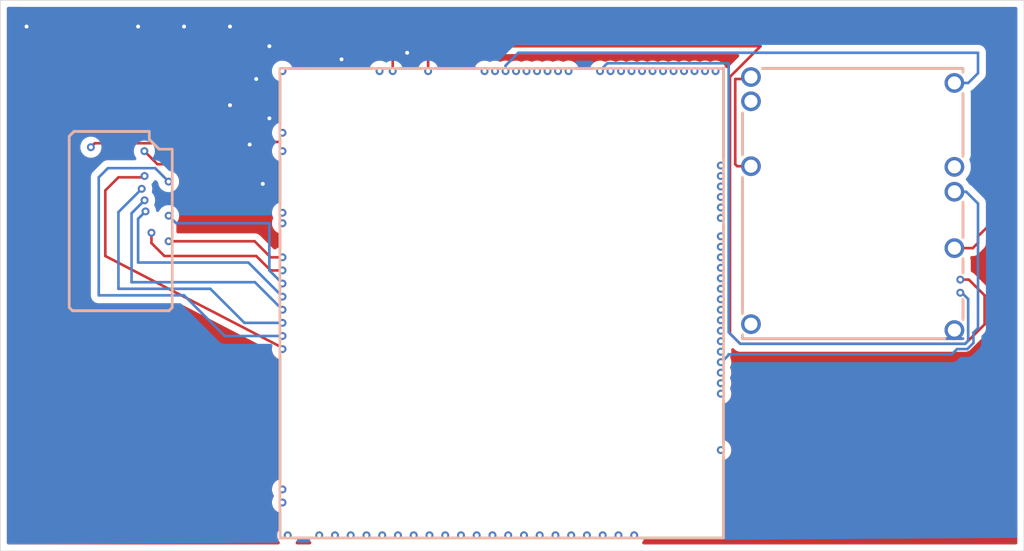
<source format=kicad_pcb>
(kicad_pcb (version 20241229) (generator "pcbnew") (generator_version "9.0")
  (layers (0 "F.Cu" signal) (2 "B.Cu" signal) (13 "F.Paste" user) (15 "B.Paste" user) (5 "F.SilkS" user "F.Silkscreen") (7 "B.SilkS" user "B.Silkscreen") (1 "F.Mask" user) (3 "B.Mask" user) (25 "Edge.Cuts" user))
  (net 0 "")
  (net 2 "+5VP")
  (net 3 "Net-(M1-PG_5VP)")
  (net 4 "+12V")
  (net 6 "Net-(M1-VBAT)")
  (net 8 "+5V")
  (net 9 "Net-(M1-EN_5VP)")
  (net 10 "Net-(M1-VIGN)")
  (net 17 "Net-(M2-IGN8_(PE6))")
  (net 25 "Net-(M2-IGN6_(PB8))")
  (net 33 "Net-(M2-IGN4_(PE3))")
  (net 38 "Net-(M3-V33)")
  (net 41 "Net-(M2-IGN5_(PE2))")
  (net 43 "Net-(M2-IGN3_(PE4))")
  (net 63 "Net-(M2-IGN1_(PC13))")
  (net 64 "Net-(M2-IGN2_(PE5))")
  (net 79 "Net-(M2-IGN7_(PB9))")
  (net 89 "GND")
  (net 98 "GNDA")
  (footprint "Hellen:power_12and5V" (layer "F.Cu") (at 143.95 110.399982)
    (property "Reference" "M1" (hide yes))
    (property "Value" "Module-power_12and5V-0.3" (hide yes))
    (fp_line (start 0.1 -14.1) (end 0.1 -17.300003) (stroke (width 0.2)) (layer "F.SilkS"))
    (fp_line (start 0.1 -2) (end 0.1 -12.400002) (stroke (width 0.2)) (layer "F.SilkS"))
    (fp_line (start 0.1 -0.1) (end 0.1 -0.4) (stroke (width 0.2)) (layer "F.SilkS"))
    (fp_line (start 0.1 -0.1) (end 15.5 -0.1) (stroke (width 0.2)) (layer "F.SilkS"))
    (fp_line (start 1.6 -20.699998) (end 16.899999 -20.7) (stroke (width 0.2)) (layer "F.SilkS"))
    (fp_line (start 16.899997 -14.000002) (end 16.899997 -18.800002) (stroke (width 0.2)) (layer "F.SilkS"))
    (fp_line (start 16.899997 -7.8) (end 16.899997 -10.5) (stroke (width 0.2)) (layer "F.SilkS"))
    (fp_line (start 16.899997 -5.100002) (end 16.899997 -6.200005) (stroke (width 0.2)) (layer "F.SilkS"))
    (fp_line (start 16.899997 -1.55) (end 16.900002 -3.1) (stroke (width 0.2)) (layer "F.SilkS"))
    (fp_line (start 16.899999 -20.400002) (end 16.899999 -20.7) (stroke (width 0.2)) (layer "F.SilkS"))
    (fp_line (start 0.1 -14.1) (end 0.1 -17.300003) (stroke (width 0.2)) (layer "B.SilkS"))
    (fp_line (start 0.1 -2) (end 0.1 -12.400002) (stroke (width 0.2)) (layer "B.SilkS"))
    (fp_line (start 0.1 -0.1) (end 0.1 -0.4) (stroke (width 0.2)) (layer "B.SilkS"))
    (fp_line (start 0.1 -0.1) (end 15.5 -0.1) (stroke (width 0.2)) (layer "B.SilkS"))
    (fp_line (start 1.6 -20.699998) (end 16.899999 -20.7) (stroke (width 0.2)) (layer "B.SilkS"))
    (fp_line (start 16.899997 -14.000002) (end 16.899997 -18.800002) (stroke (width 0.2)) (layer "B.SilkS"))
    (fp_line (start 16.899997 -7.8) (end 16.899997 -10.5) (stroke (width 0.2)) (layer "B.SilkS"))
    (fp_line (start 16.899997 -5.100002) (end 16.899997 -6.200005) (stroke (width 0.2)) (layer "B.SilkS"))
    (fp_line (start 16.899997 -1.55) (end 16.900002 -3.1) (stroke (width 0.2)) (layer "B.SilkS"))
    (fp_line (start 16.899999 -20.400002) (end 16.899999 -20.7) (stroke (width 0.2)) (layer "B.SilkS"))
    (pad "E1" thru_hole circle (at 16.249996 -19.6) (size 1.5 1.5) (drill 1) (layers "*.Cu" "*.Mask") (net 6 "Net-(M1-VBAT)"))
    (pad "E2" thru_hole circle (at 16.249996 -13.200003) (size 1.5 1.5) (drill 1) (layers "*.Cu" "*.Mask"))
    (pad "E3" thru_hole circle (at 16.249996 -11.3) (size 1.5 1.5) (drill 1) (layers "*.Cu" "*.Mask") (net 10 "Net-(M1-VIGN)"))
    (pad "E4" thru_hole circle (at 16.249996 -7) (size 1.5 1.5) (drill 1) (layers "*.Cu" "*.Mask") (net 8 "+5V"))
    (pad "E5" thru_hole circle (at 16.699995 -4.600003 180) (size 0.6 0.6) (drill 0.3) (layers "*.Cu" "*.Mask") (net 9 "Net-(M1-EN_5VP)"))
    (pad "E6" thru_hole circle (at 16.699995 -3.600002) (size 0.6 0.6) (drill 0.3) (layers "*.Cu" "*.Mask") (net 3 "Net-(M1-PG_5VP)"))
    (pad "S1" smd oval (at 0.1 -15.75 270) (size 3.3 0.2) (layers "F.Cu" "F.Mask" "F.Paste"))
    (pad "S1" smd oval (at 0.1 -15.75 270) (size 3.3 0.2) (layers "B.Cu" "B.Mask" "B.Paste"))
    (pad "S1" smd oval (at 0.1 -7.250002 90) (size 10.2 0.2) (layers "F.Cu" "F.Mask" "F.Paste"))
    (pad "S1" smd oval (at 0.1 -7.250002 90) (size 10.2 0.2) (layers "B.Cu" "B.Mask" "B.Paste"))
    (pad "S1" smd oval (at 0.1 -0.15 90) (size 0.3 0.2) (layers "F.Cu" "F.Mask" "F.Paste"))
    (pad "S1" smd oval (at 0.1 -0.15 90) (size 0.3 0.2) (layers "B.Cu" "B.Mask" "B.Paste"))
    (pad "S1" smd oval (at 8.499998 -0.1) (size 17 0.2) (layers "F.Cu" "F.Mask" "F.Paste"))
    (pad "S1" smd oval (at 8.499998 -0.1) (size 17 0.2) (layers "B.Cu" "B.Mask" "B.Paste"))
    (pad "S1" smd oval (at 9.299999 -20.7) (size 15.4 0.2) (layers "F.Cu" "F.Mask" "F.Paste"))
    (pad "S1" smd oval (at 9.299999 -20.7) (size 15.4 0.2) (layers "B.Cu" "B.Mask" "B.Paste"))
    (pad "S1" thru_hole circle (at 16.249996 -0.75 90) (size 1.5 1.5) (drill 1) (layers "*.Cu" "*.Mask"))
    (pad "S1" smd oval (at 16.899997 -20.65 90) (size 0.3 0.2) (layers "F.Cu" "F.Mask" "F.Paste"))
    (pad "S1" smd oval (at 16.899997 -20.65 90) (size 0.3 0.2) (layers "B.Cu" "B.Mask" "B.Paste"))
    (pad "S1" smd oval (at 16.899997 -16.450002 90) (size 4.8 0.2) (layers "F.Cu" "F.Mask" "F.Paste"))
    (pad "S1" smd oval (at 16.899997 -16.450002 90) (size 4.8 0.2) (layers "B.Cu" "B.Mask" "B.Paste"))
    (pad "S1" smd oval (at 16.899997 -9.1 270) (size 2.6 0.2) (layers "F.Cu" "F.Mask" "F.Paste"))
    (pad "S1" smd oval (at 16.899997 -9.1 270) (size 2.6 0.2) (layers "B.Cu" "B.Mask" "B.Paste"))
    (pad "S1" smd oval (at 16.899997 -5.600003 270) (size 1 0.2) (layers "F.Cu" "F.Mask" "F.Paste"))
    (pad "S1" smd oval (at 16.899997 -5.600003 270) (size 1 0.2) (layers "B.Cu" "B.Mask" "B.Paste"))
    (pad "S1" smd oval (at 16.899997 -2.300002 270) (size 1.5 0.2) (layers "F.Cu" "F.Mask" "F.Paste"))
    (pad "S1" smd oval (at 16.899997 -2.300002 270) (size 1.5 0.2) (layers "B.Cu" "B.Mask" "B.Paste"))
    (pad "V1" thru_hole circle (at 0.749999 -20.050002) (size 1.5 1.5) (drill 1) (layers "*.Cu" "*.Mask") (net 4 "+12V"))
    (pad "V2" thru_hole circle (at 0.749999 -18.200003) (size 1.5 1.5) (drill 1) (layers "*.Cu" "*.Mask"))
    (pad "V3" thru_hole circle (at 0.749999 -13.25) (size 1.5 1.5) (drill 1) (layers "*.Cu" "*.Mask") (net 4 "+12V"))
    (pad "V4" thru_hole circle (at 0.749999 -1.200002) (size 1.5 1.5) (drill 1) (layers "*.Cu" "*.Mask") (net 2 "+5VP"))
    (zone (net 0) (net_name "") (layers "F.Cu" "B.Cu") (connect_pads (clearance 0)) (min_thickness 0.254)
      (keepout (tracks allowed) (vias allowed) (pads allowed) (copperpour not_allowed) (footprints allowed))
      (fill (thermal_gap 0.508) (thermal_bridge_width 0.508))
      (polygon (pts (xy 160.850003 110.299982) (xy 144.05 110.299982) (xy 144.05 89.709982) (xy 160.850003 89.709982)))
    )
  )
  (footprint "Hellen:mega-mcu100" (layer "F.Cu") (at 108.7 125.59999)
    (property "Reference" "M2" (hide yes))
    (property "Value" "Module:mega-mcu100/0.3" (hide yes))
    (fp_line (start 0.1 -35.89999) (end 33.90001 -35.89999) (stroke (width 0.2)) (layer "F.SilkS"))
    (fp_line (start 0.1 -0.1) (end 0.1 -35.89999) (stroke (width 0.2)) (layer "F.SilkS"))
    (fp_line (start 0.1 -0.1) (end 33.9 -0.1) (stroke (width 0.2)) (layer "F.SilkS"))
    (fp_line (start 33.90001 -0.1) (end 33.90001 -35.89999) (stroke (width 0.2)) (layer "F.SilkS"))
    (fp_line (start 0.1 -35.89999) (end 33.90001 -35.89999) (stroke (width 0.2)) (layer "B.SilkS"))
    (fp_line (start 0.1 -0.1) (end 0.1 -35.89999) (stroke (width 0.2)) (layer "B.SilkS"))
    (fp_line (start 0.1 -0.1) (end 33.90001 -0.1) (stroke (width 0.2)) (layer "B.SilkS"))
    (fp_line (start 33.90001 -0.1) (end 33.90001 -35.89999) (stroke (width 0.2)) (layer "B.SilkS"))
    (pad "E1" thru_hole circle (at 33.7 -6.8 270) (size 0.6 0.6) (drill 0.3) (layers "*.Cu"))
    (pad "E2" thru_hole circle (at 33.70001 -11.1 270) (size 0.6 0.6) (drill 0.3) (layers "*.Cu"))
    (pad "E3" thru_hole circle (at 33.70001 -11.89999 180) (size 0.6 0.6) (drill 0.3) (layers "*.Cu"))
    (pad "E4" thru_hole circle (at 33.70001 -12.7 180) (size 0.6 0.6) (drill 0.3) (layers "*.Cu"))
    (pad "E5" thru_hole circle (at 33.70001 -13.5 270) (size 0.6 0.6) (drill 0.3) (layers "*.Cu") (net 10 "Net-(M1-VIGN)"))
    (pad "E6" thru_hole circle (at 33.70001 -14.3) (size 0.6 0.6) (drill 0.3) (layers "*.Cu"))
    (pad "E7" thru_hole circle (at 33.70001 -15.1) (size 0.6 0.6) (drill 0.3) (layers "*.Cu"))
    (pad "E8" thru_hole circle (at 33.70001 -15.9) (size 0.6 0.6) (drill 0.3) (layers "*.Cu"))
    (pad "E9" thru_hole circle (at 33.70001 -16.7) (size 0.6 0.6) (drill 0.3) (layers "*.Cu"))
    (pad "E10" thru_hole circle (at 33.70001 -17.5 180) (size 0.6 0.6) (drill 0.3) (layers "*.Cu"))
    (pad "E11" thru_hole circle (at 33.70001 -18.3 180) (size 0.6 0.6) (drill 0.3) (layers "*.Cu"))
    (pad "E12" thru_hole circle (at 33.70001 -19.1 180) (size 0.6 0.6) (drill 0.3) (layers "*.Cu"))
    (pad "E13" thru_hole circle (at 33.70001 -19.9 180) (size 0.6 0.6) (drill 0.3) (layers "*.Cu"))
    (pad "E14" thru_hole circle (at 33.70001 -20.7 180) (size 0.6 0.6) (drill 0.3) (layers "*.Cu"))
    (pad "E15" thru_hole circle (at 33.70001 -21.5 180) (size 0.6 0.6) (drill 0.3) (layers "*.Cu"))
    (pad "E16" thru_hole circle (at 33.7 -22.29999 270) (size 0.6 0.6) (drill 0.3) (layers "*.Cu"))
    (pad "E17" thru_hole circle (at 33.70001 -23.1 270) (size 0.6 0.6) (drill 0.3) (layers "*.Cu"))
    (pad "E18" thru_hole circle (at 33.70001 -24.5 270) (size 0.6 0.6) (drill 0.3) (layers "*.Cu"))
    (pad "E19" thru_hole circle (at 33.70001 -25.29999 270) (size 0.6 0.6) (drill 0.3) (layers "*.Cu"))
    (pad "E20" thru_hole circle (at 33.70001 -26.09999 270) (size 0.6 0.6) (drill 0.3) (layers "*.Cu"))
    (pad "E21" thru_hole circle (at 33.70001 -26.89999 270) (size 0.6 0.6) (drill 0.3) (layers "*.Cu"))
    (pad "E22" thru_hole circle (at 33.70001 -27.69999 270) (size 0.6 0.6) (drill 0.3) (layers "*.Cu"))
    (pad "E23" thru_hole circle (at 33.70001 -28.5 180) (size 0.6 0.6) (drill 0.3) (layers "*.Cu"))
    (pad "G" smd rect (at 0.1 -33.34999) (size 0.2 3.7) (layers "F.Cu") (net 89 "GND"))
    (pad "G" smd rect (at 0.1 -33.34999) (size 0.2 3.7) (layers "B.Cu") (net 89 "GND"))
    (pad "G" smd rect (at 0.1 -30.3) (size 0.2 0.4) (layers "F.Cu") (net 89 "GND"))
    (pad "G" smd rect (at 0.1 -30.3) (size 0.2 0.4) (layers "B.Cu") (net 89 "GND"))
    (pad "G" smd rect (at 0.1 -27.24999) (size 0.2 3.7) (layers "F.Cu") (net 89 "GND"))
    (pad "G" smd rect (at 0.1 -27.24999) (size 0.2 3.7) (layers "B.Cu") (net 89 "GND"))
    (pad "G" smd rect (at 0.1 -22.8) (size 0.2 1.6) (layers "F.Cu") (net 89 "GND"))
    (pad "G" smd rect (at 0.1 -22.8) (size 0.2 1.6) (layers "B.Cu") (net 89 "GND"))
    (pad "G" smd rect (at 0.1 -9.15) (size 0.2 9.7) (layers "F.Cu") (net 89 "GND"))
    (pad "G" smd rect (at 0.1 -9.15) (size 0.2 9.7) (layers "B.Cu") (net 89 "GND"))
    (pad "G" smd rect (at 0.1 -1.15) (size 0.2 2.3) (layers "F.Cu") (net 89 "GND"))
    (pad "G" smd rect (at 0.1 -1.15) (size 0.2 2.3) (layers "B.Cu") (net 89 "GND"))
    (pad "G" smd rect (at 1.90001 -0.09999 90) (size 0.2 1.4) (layers "F.Cu") (net 89 "GND"))
    (pad "G" smd rect (at 1.90001 -0.09999 90) (size 0.2 1.4) (layers "B.Cu") (net 89 "GND"))
    (pad "G" smd rect (at 4 -35.89999 270) (size 0.2 6.4) (layers "F.Cu") (net 89 "GND"))
    (pad "G" smd rect (at 4 -35.89999 270) (size 0.2 6.4) (layers "B.Cu") (net 89 "GND"))
    (pad "G" smd rect (at 10.05 -35.89999 270) (size 0.2 1.7) (layers "F.Cu") (net 89 "GND"))
    (pad "G" smd rect (at 10.05 -35.89999 270) (size 0.2 1.7) (layers "B.Cu") (net 89 "GND"))
    (pad "G" smd rect (at 13.55 -35.89999 270) (size 0.2 3.3) (layers "F.Cu") (net 89 "GND"))
    (pad "G" smd rect (at 13.55 -35.89999 270) (size 0.2 3.3) (layers "B.Cu") (net 89 "GND"))
    (pad "G" smd rect (at 23.3 -35.89999 270) (size 0.2 1.4) (layers "F.Cu") (net 89 "GND"))
    (pad "G" smd rect (at 23.3 -35.89999 270) (size 0.2 1.4) (layers "B.Cu") (net 89 "GND"))
    (pad "G" smd rect (at 30.8 -0.09999 90) (size 0.2 6.4) (layers "F.Cu") (net 89 "GND"))
    (pad "G" smd rect (at 30.8 -0.09999 90) (size 0.2 6.4) (layers "B.Cu") (net 89 "GND"))
    (pad "G" smd rect (at 33.90001 -32.50001 180) (size 0.2 7) (layers "F.Cu") (net 89 "GND"))
    (pad "G" smd rect (at 33.90001 -32.50001 180) (size 0.2 7) (layers "B.Cu") (net 89 "GND"))
    (pad "G" smd rect (at 33.90001 -23.79999 180) (size 0.2 0.4) (layers "F.Cu") (net 89 "GND"))
    (pad "G" smd rect (at 33.90001 -23.79999 180) (size 0.2 0.4) (layers "B.Cu") (net 89 "GND"))
    (pad "G" smd rect (at 33.90001 -8.94999 180) (size 0.2 3.3) (layers "F.Cu") (net 89 "GND"))
    (pad "G" smd rect (at 33.90001 -8.94999 180) (size 0.2 3.3) (layers "B.Cu") (net 89 "GND"))
    (pad "G" smd rect (at 33.90001 -3.14999 180) (size 0.2 6.3) (layers "F.Cu") (net 89 "GND"))
    (pad "G" smd rect (at 33.90001 -3.14999 180) (size 0.2 6.3) (layers "B.Cu") (net 89 "GND"))
    (pad "N1" thru_hole circle (at 33.30001 -35.7 270) (size 0.6 0.6) (drill 0.3) (layers "*.Cu"))
    (pad "N2" thru_hole circle (at 32.50001 -35.7 270) (size 0.6 0.6) (drill 0.3) (layers "*.Cu"))
    (pad "N3" thru_hole circle (at 31.70001 -35.7 270) (size 0.6 0.6) (drill 0.3) (layers "*.Cu"))
    (pad "N4" thru_hole circle (at 30.9 -35.7 270) (size 0.6 0.6) (drill 0.3) (layers "*.Cu"))
    (pad "N5" thru_hole circle (at 30.10001 -35.7 270) (size 0.6 0.6) (drill 0.3) (layers "*.Cu"))
    (pad "N6" thru_hole circle (at 29.30001 -35.7 270) (size 0.6 0.6) (drill 0.3) (layers "*.Cu"))
    (pad "N7" thru_hole circle (at 28.50001 -35.7 90) (size 0.6 0.6) (drill 0.3) (layers "*.Cu"))
    (pad "N8" thru_hole circle (at 27.7 -35.7 270) (size 0.6 0.6) (drill 0.3) (layers "*.Cu"))
    (pad "N9" thru_hole circle (at 26.90001 -35.69999 90) (size 0.6 0.6) (drill 0.3) (layers "*.Cu"))
    (pad "N10" thru_hole circle (at 26.10001 -35.69999 90) (size 0.6 0.6) (drill 0.3) (layers "*.Cu"))
    (pad "N11" thru_hole circle (at 25.30001 -35.69999 90) (size 0.6 0.6) (drill 0.3) (layers "*.Cu"))
    (pad "N12" thru_hole circle (at 24.50001 -35.69999 90) (size 0.6 0.6) (drill 0.3) (layers "*.Cu") (net 3 "Net-(M1-PG_5VP)"))
    (pad "N13" thru_hole circle (at 22.1 -35.69999 270) (size 0.6 0.6) (drill 0.3) (layers "*.Cu"))
    (pad "N14" thru_hole circle (at 21.3 -35.69999 270) (size 0.6 0.6) (drill 0.3) (layers "*.Cu"))
    (pad "N14a" thru_hole circle (at 20.50001 -35.7 270) (size 0.6 0.6) (drill 0.3) (layers "*.Cu"))
    (pad "N14b" thru_hole circle (at 19.7 -35.7 270) (size 0.6 0.6) (drill 0.3) (layers "*.Cu"))
    (pad "N15" thru_hole circle (at 18.9 -35.7 270) (size 0.6 0.6) (drill 0.3) (layers "*.Cu"))
    (pad "N16" thru_hole circle (at 18.1 -35.7 90) (size 0.6 0.6) (drill 0.3) (layers "*.Cu"))
    (pad "N17" thru_hole circle (at 17.3 -35.7 270) (size 0.6 0.6) (drill 0.3) (layers "*.Cu") (net 6 "Net-(M1-VBAT)"))
    (pad "N18" thru_hole circle (at 16.5 -35.69999 270) (size 0.6 0.6) (drill 0.3) (layers "*.Cu"))
    (pad "N19" thru_hole circle (at 15.7 -35.69999 270) (size 0.6 0.6) (drill 0.3) (layers "*.Cu"))
    (pad "N20" thru_hole circle (at 11.4 -35.69999 270) (size 0.6 0.6) (drill 0.3) (layers "*.Cu") (net 9 "Net-(M1-EN_5VP)"))
    (pad "N21" thru_hole circle (at 8.7 -35.69999 270) (size 0.6 0.6) (drill 0.3) (layers "*.Cu") (net 38 "Net-(M3-V33)"))
    (pad "N22" thru_hole circle (at 7.70001 -35.69999 270) (size 0.6 0.6) (drill 0.3) (layers "*.Cu") (net 8 "+5V"))
    (pad "N23" thru_hole circle (at 0.3 -35.69999 270) (size 0.6 0.6) (drill 0.3) (layers "*.Cu"))
    (pad "S1" thru_hole circle (at 27.10002 -0.29999 270) (size 0.6 0.6) (drill 0.3) (layers "*.Cu"))
    (pad "S2" thru_hole circle (at 25.90001 -0.29999 270) (size 0.6 0.6) (drill 0.3) (layers "*.Cu"))
    (pad "S3" thru_hole circle (at 24.70001 -0.29999 270) (size 0.6 0.6) (drill 0.3) (layers "*.Cu"))
    (pad "S4" thru_hole circle (at 23.50001 -0.29999 270) (size 0.6 0.6) (drill 0.3) (layers "*.Cu"))
    (pad "S5" thru_hole circle (at 22.30001 -0.29999 270) (size 0.6 0.6) (drill 0.3) (layers "*.Cu"))
    (pad "S6" thru_hole circle (at 21.10001 -0.29999 270) (size 0.6 0.6) (drill 0.3) (layers "*.Cu"))
    (pad "S7" thru_hole circle (at 19.90001 -0.29999 270) (size 0.6 0.6) (drill 0.3) (layers "*.Cu"))
    (pad "S8" thru_hole circle (at 18.70001 -0.29999 270) (size 0.6 0.6) (drill 0.3) (layers "*.Cu"))
    (pad "S9" thru_hole circle (at 17.50001 -0.29999 270) (size 0.6 0.6) (drill 0.3) (layers "*.Cu"))
    (pad "S10" thru_hole circle (at 16.30001 -0.29999 270) (size 0.6 0.6) (drill 0.3) (layers "*.Cu"))
    (pad "S11" thru_hole circle (at 15.10001 -0.29999 270) (size 0.6 0.6) (drill 0.3) (layers "*.Cu"))
    (pad "S12" thru_hole circle (at 13.90001 -0.29999 270) (size 0.6 0.6) (drill 0.3) (layers "*.Cu"))
    (pad "S13" thru_hole circle (at 12.70001 -0.29999 270) (size 0.6 0.6) (drill 0.3) (layers "*.Cu"))
    (pad "S14" thru_hole circle (at 11.50001 -0.29999 270) (size 0.6 0.6) (drill 0.3) (layers "*.Cu"))
    (pad "S15" thru_hole circle (at 10.30001 -0.29999 270) (size 0.6 0.6) (drill 0.3) (layers "*.Cu"))
    (pad "S16" thru_hole circle (at 9.10001 -0.29999 270) (size 0.6 0.6) (drill 0.3) (layers "*.Cu"))
    (pad "S17" thru_hole circle (at 7.90001 -0.29999 270) (size 0.6 0.6) (drill 0.3) (layers "*.Cu"))
    (pad "S18" thru_hole circle (at 6.7 -0.29999 270) (size 0.6 0.6) (drill 0.3) (layers "*.Cu"))
    (pad "S19" thru_hole circle (at 5.5 -0.29999 270) (size 0.6 0.6) (drill 0.3) (layers "*.Cu"))
    (pad "S20" thru_hole circle (at 4.3 -0.29999 270) (size 0.6 0.6) (drill 0.3) (layers "*.Cu"))
    (pad "S21" thru_hole circle (at 3.1 -0.29999 270) (size 0.6 0.6) (drill 0.3) (layers "*.Cu"))
    (pad "S22" thru_hole circle (at 0.7 -0.29999 270) (size 0.6 0.6) (drill 0.3) (layers "*.Cu"))
    (pad "W1" thru_hole circle (at 0.3 -2.8 180) (size 0.6 0.6) (drill 0.3) (layers "*.Cu") (net 98 "GNDA"))
    (pad "W2" thru_hole circle (at 0.3 -3.8 270) (size 0.6 0.6) (drill 0.3) (layers "*.Cu"))
    (pad "W3" thru_hole circle (at 0.3 -14.49999 180) (size 0.6 0.6) (drill 0.3) (layers "*.Cu") (net 17 "Net-(M2-IGN8_(PE6))"))
    (pad "W4" thru_hole circle (at 0.3 -15.5 180) (size 0.6 0.6) (drill 0.3) (layers "*.Cu") (net 79 "Net-(M2-IGN7_(PB9))"))
    (pad "W5" thru_hole circle (at 0.3 -16.49999 180) (size 0.6 0.6) (drill 0.3) (layers "*.Cu") (net 25 "Net-(M2-IGN6_(PB8))"))
    (pad "W6" thru_hole circle (at 0.3 -17.49999 180) (size 0.6 0.6) (drill 0.3) (layers "*.Cu") (net 41 "Net-(M2-IGN5_(PE2))"))
    (pad "W7" thru_hole circle (at 0.3 -18.49999 180) (size 0.6 0.6) (drill 0.3) (layers "*.Cu") (net 33 "Net-(M2-IGN4_(PE3))"))
    (pad "W8" thru_hole circle (at 0.3 -19.49999 180) (size 0.6 0.6) (drill 0.3) (layers "*.Cu") (net 43 "Net-(M2-IGN3_(PE4))"))
    (pad "W9" thru_hole circle (at 0.3 -20.49999 180) (size 0.6 0.6) (drill 0.3) (layers "*.Cu") (net 64 "Net-(M2-IGN2_(PE5))"))
    (pad "W10" thru_hole circle (at 0.3 -21.49999 180) (size 0.6 0.6) (drill 0.3) (layers "*.Cu") (net 63 "Net-(M2-IGN1_(PC13))"))
    (pad "W11" thru_hole circle (at 0.3 -24.09999 270) (size 0.6 0.6) (drill 0.3) (layers "*.Cu"))
    (pad "W12" thru_hole circle (at 0.3 -24.89999 270) (size 0.6 0.6) (drill 0.3) (layers "*.Cu"))
    (pad "W13" thru_hole circle (at 0.3 -29.6 180) (size 0.6 0.6) (drill 0.3) (layers "*.Cu"))
    (pad "W14" thru_hole circle (at 0.3 -30.99999 270) (size 0.6 0.6) (drill 0.3) (layers "*.Cu"))
    (zone (net 0) (net_name "") (layers "F.Cu" "B.Cu") (connect_pads (clearance 0)) (min_thickness 0.25)
      (keepout (tracks allowed) (vias allowed) (pads allowed) (copperpour not_allowed) (footprints allowed))
      (fill (thermal_gap 0.5) (thermal_bridge_width 0.5))
      (polygon (pts (xy 108.8 89.69999) (xy 142.6 89.69999) (xy 142.6 125.49999) (xy 108.8 125.49999)))
    )
  )
  (footprint "Hellen:ign8" (layer "F.Cu") (at 92.725052 108.275379)
    (property "Reference" "M3" (hide yes))
    (property "Value" "Module-ign8-0.2" (hide yes))
    (fp_line (start 0.025001 -13.412061) (end 0.384292 -13.771352) (stroke (width 0.2)) (layer "F.SilkS"))
    (fp_line (start 0.025001 -0.35038) (end 0.025001 -13.412061) (stroke (width 0.2)) (layer "F.SilkS"))
    (fp_line (start 0.025001 -0.35038) (end 0.275001 -0.100381) (stroke (width 0.2)) (layer "F.SilkS"))
    (fp_line (start 0.275001 -0.100381) (end 7.62538 -0.100381) (stroke (width 0.2)) (layer "F.SilkS"))
    (fp_line (start 0.384292 -13.771352) (end 6.124999 -13.771352) (stroke (width 0.2)) (layer "F.SilkS"))
    (fp_line (start 6.124999 -13.175) (end 6.124999 -13.771352) (stroke (width 0.2)) (layer "F.SilkS"))
    (fp_line (start 6.124999 -13.175) (end 6.875 -12.424999) (stroke (width 0.2)) (layer "F.SilkS"))
    (fp_line (start 6.875 -12.424999) (end 7.875001 -12.424999) (stroke (width 0.2)) (layer "F.SilkS"))
    (fp_line (start 7.62538 -0.100381) (end 7.875001 -0.350002) (stroke (width 0.2)) (layer "F.SilkS"))
    (fp_line (start 7.875001 -10.550002) (end 7.875001 -12.424999) (stroke (width 0.2)) (layer "F.SilkS"))
    (fp_line (start 7.875001 -0.350002) (end 7.875001 -10.550002) (stroke (width 0.2)) (layer "F.SilkS"))
    (fp_line (start 0.025001 -13.412061) (end 0.386649 -13.773709) (stroke (width 0.2)) (layer "B.SilkS"))
    (fp_line (start 0.025001 -0.35038) (end 0.025001 -13.412061) (stroke (width 0.2)) (layer "B.SilkS"))
    (fp_line (start 0.025001 -0.35038) (end 0.275001 -0.100381) (stroke (width 0.2)) (layer "B.SilkS"))
    (fp_line (start 0.275001 -0.100381) (end 7.625382 -0.100381) (stroke (width 0.2)) (layer "B.SilkS"))
    (fp_line (start 0.386649 -13.773709) (end 6.124999 -13.773709) (stroke (width 0.2)) (layer "B.SilkS"))
    (fp_line (start 6.124999 -13.175) (end 6.124999 -13.773709) (stroke (width 0.2)) (layer "B.SilkS"))
    (fp_line (start 6.124999 -13.175) (end 6.875 -12.424999) (stroke (width 0.2)) (layer "B.SilkS"))
    (fp_line (start 6.875 -12.424999) (end 7.875001 -12.424999) (stroke (width 0.2)) (layer "B.SilkS"))
    (fp_line (start 7.625382 -0.100381) (end 7.875001 -0.349999) (stroke (width 0.2)) (layer "B.SilkS"))
    (fp_line (start 7.875001 -0.349999) (end 7.875001 -12.424999) (stroke (width 0.2)) (layer "B.SilkS"))
    (pad "G" smd oval (at 0.15 -8.400001 90) (size 10.2 0.25) (layers "F.Cu" "F.Paste") (net 89 "GND"))
    (pad "G" smd oval (at 0.300004 -13.499996 45) (size 0.650001 0.25) (layers "F.Cu" "F.Paste") (net 89 "GND"))
    (pad "G" smd oval (at 3.2625 -13.649996 90) (size 0.25 5.800001) (layers "F.Cu" "F.Paste") (net 89 "GND"))
    (pad "S1" smd oval (at 7.774948 -0.275379 90) (size 0.399999 0.2) (layers "F.Cu" "F.Mask" "F.Paste"))
    (pad "S2" smd oval (at 7.014969 -0.275379 90) (size 0.399999 0.2) (layers "F.Cu" "F.Mask" "F.Paste"))
    (pad "S3" smd oval (at 5.839976 -0.275379 90) (size 0.399999 0.2) (layers "F.Cu" "F.Mask" "F.Paste"))
    (pad "S4" smd oval (at 4.664989 -0.275379 90) (size 0.399999 0.2) (layers "F.Cu" "F.Mask" "F.Paste"))
    (pad "S5" smd oval (at 3.825077 -0.275379 90) (size 0.399999 0.2) (layers "F.Cu" "F.Mask" "F.Paste"))
    (pad "S6" smd oval (at 3.075005 -0.275379 90) (size 0.399999 0.2) (layers "F.Cu" "F.Mask" "F.Paste"))
    (pad "S7" smd oval (at 1.899994 -0.275379 90) (size 0.399999 0.2) (layers "F.Cu" "F.Mask" "F.Paste"))
    (pad "S8" smd oval (at 0.724997 -0.275379 90) (size 0.399999 0.2) (layers "F.Cu" "F.Mask" "F.Paste"))
    (pad "V1" thru_hole circle (at 5.765 -10.374986 180) (size 0.599999 0.599999) (drill 0.299999) (layers "*.Cu" "*.Mask") (net 17 "Net-(M2-IGN8_(PE6))"))
    (pad "V2" thru_hole circle (at 7.60001 -9.949978 180) (size 0.599999 0.599999) (drill 0.299999) (layers "*.Cu" "*.Mask") (net 79 "Net-(M2-IGN7_(PB9))"))
    (pad "V3" thru_hole circle (at 5.550002 -9.399981 180) (size 0.599999 0.599999) (drill 0.299999) (layers "*.Cu" "*.Mask") (net 25 "Net-(M2-IGN6_(PB8))"))
    (pad "V4" thru_hole circle (at 5.764997 -8.525022) (size 0.599999 0.599999) (drill 0.299999) (layers "*.Cu" "*.Mask") (net 41 "Net-(M2-IGN5_(PE2))"))
    (pad "V5" thru_hole circle (at 5.840004 -7.674999 180) (size 0.599999 0.599999) (drill 0.299999) (layers "*.Cu" "*.Mask") (net 33 "Net-(M2-IGN4_(PE3))"))
    (pad "V6" thru_hole circle (at 7.60001 -7.349983 180) (size 0.599999 0.599999) (drill 0.299999) (layers "*.Cu" "*.Mask") (net 43 "Net-(M2-IGN3_(PE4))"))
    (pad "V7" thru_hole circle (at 6.29001 -6.050016) (size 0.599999 0.599999) (drill 0.299999) (layers "*.Cu" "*.Mask") (net 64 "Net-(M2-IGN2_(PE5))"))
    (pad "V8" thru_hole circle (at 7.60001 -5.399999 180) (size 0.599999 0.599999) (drill 0.299999) (layers "*.Cu" "*.Mask") (net 63 "Net-(M2-IGN1_(PC13))"))
    (pad "V9" thru_hole circle (at 1.674995 -12.575002 180) (size 0.599999 0.599999) (drill 0.299999) (layers "*.Cu" "*.Mask") (net 8 "+5V"))
    (pad "V10" thru_hole circle (at 5.750001 -12.275 180) (size 0.599999 0.599999) (drill 0.299999) (layers "*.Cu" "*.Mask") (net 38 "Net-(M3-V33)"))
    (zone (net 0) (net_name "") (layer "F.Cu") (connect_pads (clearance 0)) (min_thickness 0.254)
      (keepout (tracks allowed) (vias allowed) (pads allowed) (copperpour not_allowed) (footprints allowed))
      (fill (thermal_gap 0.2) (thermal_bridge_width 0.2))
      (polygon (pts (xy 92.515063 108.245369) (xy 92.515063 104.837885) (xy 92.896309 104.837885) (xy 92.896332 94.929912) (xy 93.200863 94.625381) (xy 99.025052 94.625378) (xy 99.025052 95.027796) (xy 99.686034 95.648531) (xy 100.914957 95.660388) (xy 100.915274 108.010157) (xy 100.450043 108.475389) (xy 92.750063 108.475368)))
    )
  )
  (gr_line (start 96.5 98) (end 98.5 98) (stroke (width 0.2)) (layer "F.Cu") (net 17))
  (gr_line (start 95.5 104) (end 95.5 99) (stroke (width 0.2)) (layer "F.Cu") (net 17))
  (gr_line (start 109 111) (end 95.5 104) (stroke (width 0.2)) (layer "F.Cu") (net 17))
  (gr_rect (start 87.5 84.5) (end 165.5 126.5) (stroke (width 0.05)) (fill no) (layer "Edge.Cuts"))
  (segment (start 143.00101 109.818094) (end 143.00101 89.29898) (width 0.2) (layer "B.Cu") (net 3))
  (segment (start 143.883898 110.700982) (end 143.00101 109.818094) (width 0.2) (layer "B.Cu") (net 3))
  (segment (start 143.00101 89.29898) (end 133.751087 89.29898) (width 0.2) (layer "B.Cu") (net 3))
  (segment (start 161.250998 110.466082) (end 161.016098 110.700982) (width 0.2) (layer "B.Cu") (net 3))
  (segment (start 160.649995 106.79998) (end 160.767097 106.79998) (width 0.2) (layer "B.Cu") (net 3))
  (segment (start 160.767097 106.79998) (end 161.250998 107.283881) (width 0.2) (layer "B.Cu") (net 3))
  (segment (start 161.016098 110.700982) (end 143.883898 110.700982) (width 0.2) (layer "B.Cu") (net 3))
  (segment (start 161.250998 107.283881) (end 161.250998 110.466082) (width 0.2) (layer "B.Cu") (net 3))
  (segment (start 133.751087 89.29898) (end 133.20001 89.850057) (width 0.2) (layer "B.Cu") (net 3))
  (segment (start 133.20001 89.850057) (end 133.20001 89.9) (width 0.2) (layer "B.Cu") (net 3))
  (segment (start 144.549979 90.5) (end 144.699999 90.34998) (width 0.2) (layer "F.Cu") (net 4))
  (segment (start 143.5 90.5) (end 144.549979 90.5) (width 0.2) (layer "F.Cu") (net 4))
  (segment (start 144.699999 97.149982) (end 143.649982 97.149982) (width 0.2) (layer "F.Cu") (net 4))
  (segment (start 143.649982 97.149982) (end 143.5 97) (width 0.2) (layer "F.Cu") (net 4))
  (segment (start 143.5 97) (end 143.5 90.5) (width 0.2) (layer "F.Cu") (net 4))
  (segment (start 126.975726 88.5) (end 162 88.5) (width 0.2) (layer "B.Cu") (net 6))
  (segment (start 161.260656 90.799982) (end 160.199996 90.799982) (width 0.2) (layer "B.Cu") (net 6))
  (segment (start 162 90.060638) (end 161.260656 90.799982) (width 0.2) (layer "B.Cu") (net 6))
  (segment (start 126 89.89999) (end 126 89.475726) (width 0.2) (layer "B.Cu") (net 6))
  (segment (start 162 88.5) (end 162 90.060638) (width 0.2) (layer "B.Cu") (net 6))
  (segment (start 126 89.475726) (end 126.975726 88.5) (width 0.2) (layer "B.Cu") (net 6))
  (segment (start 162 103) (end 161.600018 103.399982) (width 0.2) (layer "F.Cu") (net 8))
  (segment (start 94.701044 95.39938) (end 100.60062 95.39938) (width 0.2) (layer "F.Cu") (net 8))
  (segment (start 163.5 87) (end 163.5 101) (width 0.2) (layer "F.Cu") (net 8))
  (segment (start 94.400047 95.700377) (end 94.701044 95.39938) (width 0.2) (layer "F.Cu") (net 8))
  (segment (start 106.5 89.5) (end 106.5 87) (width 0.2) (layer "F.Cu") (net 8))
  (segment (start 106.5 87) (end 163.5 87) (width 0.2) (layer "F.Cu") (net 8))
  (segment (start 163.5 101) (end 162 102.5) (width 0.2) (layer "F.Cu") (net 8))
  (segment (start 100.60062 95.39938) (end 106.5 89.5) (width 0.2) (layer "F.Cu") (net 8))
  (segment (start 161.600018 103.399982) (end 160.199996 103.399982) (width 0.2) (layer "F.Cu") (net 8))
  (segment (start 162 102.5) (end 162 103) (width 0.2) (layer "F.Cu") (net 8))
  (segment (start 143.099 90.3339) (end 145.4329 88) (width 0.2) (layer "F.Cu") (net 9))
  (segment (start 143.099 109.916084) (end 143.099 90.3339) (width 0.2) (layer "F.Cu") (net 9))
  (segment (start 145.4329 88) (end 120 88) (width 0.2) (layer "F.Cu") (net 9))
  (segment (start 162.5 107) (end 162.5 109.21708) (width 0.2) (layer "F.Cu") (net 9))
  (segment (start 160.649995 105.799979) (end 161.299979 105.799979) (width 0.2) (layer "F.Cu") (net 9))
  (segment (start 161.299979 105.799979) (end 162.5 107) (width 0.2) (layer "F.Cu") (net 9))
  (segment (start 161.016098 110.700982) (end 143.883898 110.700982) (width 0.2) (layer "F.Cu") (net 9))
  (segment (start 120.1 88.1) (end 120.1 89.9) (width 0.2) (layer "F.Cu") (net 9))
  (segment (start 143.883898 110.700982) (end 143.099 109.916084) (width 0.2) (layer "F.Cu") (net 9))
  (segment (start 120 88) (end 120.1 88.1) (width 0.2) (layer "F.Cu") (net 9))
  (segment (start 162.5 109.21708) (end 161.016098 110.700982) (width 0.2) (layer "F.Cu") (net 9))
  (segment (start 161.651998 109.848002) (end 161.651998 110.632182) (width 0.2) (layer "B.Cu") (net 10))
  (segment (start 162 100) (end 162 109.5) (width 0.2) (layer "B.Cu") (net 10))
  (segment (start 160.199996 99.099982) (end 161.099982 99.099982) (width 0.2) (layer "B.Cu") (net 10))
  (segment (start 162 109.5) (end 161.651998 109.848002) (width 0.2) (layer "B.Cu") (net 10))
  (segment (start 142.648953 111.90099) (end 142.59901 111.90099) (width 0.2) (layer "B.Cu") (net 10))
  (segment (start 161.182198 111.101982) (end 160.398018 111.101982) (width 0.2) (layer "B.Cu") (net 10))
  (segment (start 142.59901 111.90099) (end 142.40001 112.09999) (width 0.2) (layer "B.Cu") (net 10))
  (segment (start 161.651998 110.632182) (end 161.182198 111.101982) (width 0.2) (layer "B.Cu") (net 10))
  (segment (start 143.00101 111.5) (end 143.00101 111.548933) (width 0.2) (layer "B.Cu") (net 10))
  (segment (start 160.398018 111.101982) (end 160 111.5) (width 0.2) (layer "B.Cu") (net 10))
  (segment (start 161.099982 99.099982) (end 162 100) (width 0.2) (layer "B.Cu") (net 10))
  (segment (start 143.00101 111.548933) (end 142.648953 111.90099) (width 0.2) (layer "B.Cu") (net 10))
  (segment (start 160 111.5) (end 143.00101 111.5) (width 0.2) (layer "B.Cu") (net 10))
  (segment (start 96.5 98) (end 95.5 99) (width 0.2) (layer "F.Cu") (net 17))
  (segment (start 96.5 100.650452) (end 96.5 106.5) (width 0.2) (layer "B.Cu") (net 25))
  (segment (start 106.1 109.1) (end 109 109.1) (width 0.2) (layer "B.Cu") (net 25))
  (segment (start 96.5 106.5) (end 103.5 106.5) (width 0.2) (layer "B.Cu") (net 25))
  (segment (start 98.275054 98.875398) (end 96.5 100.650452) (width 0.2) (layer "B.Cu") (net 25))
  (segment (start 103.5 106.5) (end 106.1 109.1) (width 0.2) (layer "B.Cu") (net 25))
  (segment (start 98 101.165436) (end 98 104.5) (width 0.2) (layer "B.Cu") (net 33))
  (segment (start 98 104.5) (end 106.4 104.5) (width 0.2) (layer "B.Cu") (net 33))
  (segment (start 106.4 104.5) (end 109 107.1) (width 0.2) (layer "B.Cu") (net 33))
  (segment (start 98.565056 100.60038) (end 98 101.165436) (width 0.2) (layer "B.Cu") (net 33))
  (segment (start 102.5 97) (end 108 91.5) (width 0.2) (layer "F.Cu") (net 38))
  (segment (start 108.849943 88) (end 117.899 88) (width 0.2) (layer "F.Cu") (net 38))
  (segment (start 117.899 88.601) (end 117.4 89.1) (width 0.2) (layer "F.Cu") (net 38))
  (segment (start 98.475053 96.000379) (end 99.474674 97) (width 0.2) (layer "F.Cu") (net 38))
  (segment (start 108.248943 88.601) (end 108.849943 88) (width 0.2) (layer "F.Cu") (net 38))
  (segment (start 117.4 89.1) (end 117.4 89.9) (width 0.2) (layer "F.Cu") (net 38))
  (segment (start 108 91.5) (end 108 88.601) (width 0.2) (layer "F.Cu") (net 38))
  (segment (start 99.474674 97) (end 102.5 97) (width 0.2) (layer "F.Cu") (net 38))
  (segment (start 108 88.601) (end 108.248943 88.601) (width 0.2) (layer "F.Cu") (net 38))
  (segment (start 117.899 88) (end 117.899 88.601) (width 0.2) (layer "F.Cu") (net 38))
  (segment (start 97.5 106) (end 106.9 106) (width 0.2) (layer "B.Cu") (net 41))
  (segment (start 97.5 100.740406) (end 97.5 106) (width 0.2) (layer "B.Cu") (net 41))
  (segment (start 98.490049 99.750357) (end 97.5 100.740406) (width 0.2) (layer "B.Cu") (net 41))
  (segment (start 106.9 106) (end 109 108.1) (width 0.2) (layer "B.Cu") (net 41))
  (segment (start 108 101.5) (end 108 105.1) (width 0.2) (layer "B.Cu") (net 43))
  (segment (start 108 105.1) (end 109 106.1) (width 0.2) (layer "B.Cu") (net 43))
  (segment (start 100.325062 100.925396) (end 100.899666 101.5) (width 0.2) (layer "B.Cu") (net 43))
  (segment (start 100.899666 101.5) (end 108 101.5) (width 0.2) (layer "B.Cu") (net 43))
  (segment (start 106.87538 102.87538) (end 108.1 104.1) (width 0.2) (layer "F.Cu") (net 63))
  (segment (start 100.325062 102.87538) (end 106.87538 102.87538) (width 0.2) (layer "F.Cu") (net 63))
  (segment (start 108.1 104.1) (end 109 104.1) (width 0.2) (layer "F.Cu") (net 63))
  (segment (start 99.015062 103.015062) (end 100 104) (width 0.2) (layer "F.Cu") (net 64))
  (segment (start 108.1 105.1) (end 109 105.1) (width 0.2) (layer "F.Cu") (net 64))
  (segment (start 100 104) (end 107 104) (width 0.2) (layer "F.Cu") (net 64))
  (segment (start 99.015062 102.225363) (end 99.015062 103.015062) (width 0.2) (layer "F.Cu") (net 64))
  (segment (start 107 104) (end 108.1 105.1) (width 0.2) (layer "F.Cu") (net 64))
  (segment (start 109 110.09999) (end 108.90001 110) (width 0.2) (layer "F.Cu") (net 79))
  (segment (start 100.325062 98.325062) (end 99.299394 97.299394) (width 0.2) (layer "B.Cu") (net 79))
  (segment (start 95 98) (end 95 107) (width 0.2) (layer "B.Cu") (net 79))
  (segment (start 95 107) (end 101.5 107) (width 0.2) (layer "B.Cu") (net 79))
  (segment (start 99.299394 97.299394) (end 95.700606 97.299394) (width 0.2) (layer "B.Cu") (net 79))
  (segment (start 101.5 107) (end 104.59999 110.09999) (width 0.2) (layer "B.Cu") (net 79))
  (segment (start 95.700606 97.299394) (end 95 98) (width 0.2) (layer "B.Cu") (net 79))
  (segment (start 100.325062 98.325401) (end 100.325062 98.325062) (width 0.2) (layer "B.Cu") (net 79))
  (segment (start 104.59999 110.09999) (end 109 110.09999) (width 0.2) (layer "B.Cu") (net 79))
  (segment (start 106.70001 95.29999) (end 106.5 95.5) (width 0.2) (layer "F.Cu") (net 89))
  (segment (start 108.8 95.29999) (end 106.70001 95.29999) (width 0.2) (layer "F.Cu") (net 89))
  (via (at 105 92.5) (size 0.6) (drill 0.3) (layers "F.Cu" "B.Cu") (net 89))
  (via (at 106.5 95.5) (size 0.6) (drill 0.3) (layers "F.Cu" "B.Cu") (net 89))
  (via (at 101.5 86.5) (size 0.6) (drill 0.3) (layers "F.Cu" "B.Cu") (net 89))
  (via (at 98 86.5) (size 0.6) (drill 0.3) (layers "F.Cu" "B.Cu") (net 89))
  (via (at 107 90.5) (size 0.6) (drill 0.3) (layers "F.Cu" "B.Cu") (net 89))
  (via (at 113.5 89) (size 0.6) (drill 0.3) (layers "F.Cu" "B.Cu") (net 89))
  (via (at 108 88) (size 0.6) (drill 0.3) (layers "F.Cu" "B.Cu") (net 89))
  (via (at 118.5 88.5) (size 0.6) (drill 0.3) (layers "F.Cu" "B.Cu") (net 89))
  (via (at 105 86.5) (size 0.6) (drill 0.3) (layers "F.Cu" "B.Cu") (net 89))
  (via (at 108 93.5) (size 0.6) (drill 0.3) (layers "F.Cu" "B.Cu") (net 89))
  (via (at 107.5 98.5) (size 0.6) (drill 0.3) (layers "F.Cu" "B.Cu") (net 89))
  (via (at 89.5 86.5) (size 0.6) (drill 0.3) (layers "F.Cu" "B.Cu") (net 89))
  (zone (net 89) (net_name "GND") (layer "F.Cu") (connect_pads (clearance 0.5)) (min_thickness 0.25) (fill yes (thermal_gap 0.5) (thermal_bridge_width 0.5))
    (polygon (pts (xy 88 85) (xy 164.5 85.5) (xy 165 126) (xy 88 126.5)))
  )
  (zone (net 89) (net_name "GND") (layer "B.Cu") (priority 1) (connect_pads (clearance 0.5)) (min_thickness 0.25) (fill yes (thermal_gap 0.5) (thermal_bridge_width 0.5))
    (polygon (pts (xy 88 85) (xy 88 126) (xy 165 125.49999) (xy 165 85) (xy 88.5 85)))
  )
)
</source>
